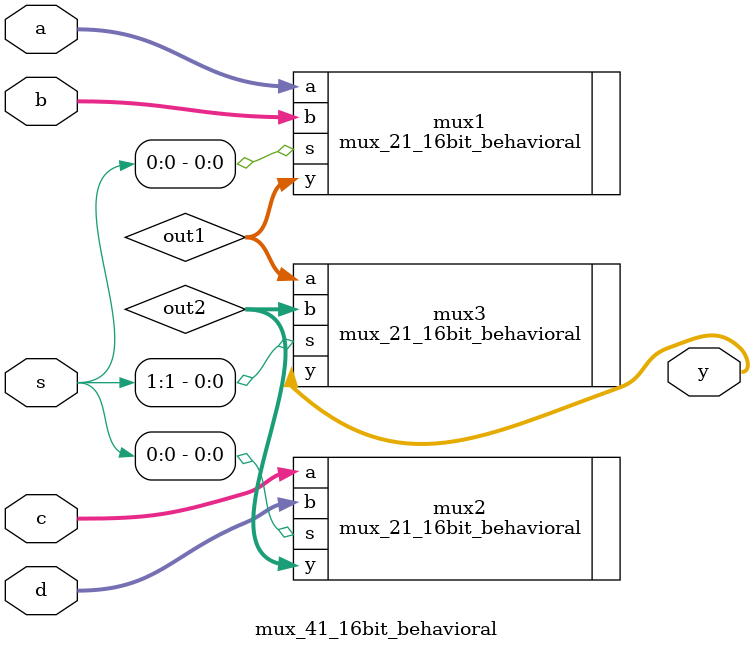
<source format=v>
module mux_41_16bit_behavioral (y, s, a, b, c, d);

output [15:0] y;
input [15:0] a, b, c, d;
input [1:0] s;

wire [15:0] out1, out2;

mux_21_16bit_behavioral mux1 (.y(out1), .s(s[0]), .a(a), .b(b));
mux_21_16bit_behavioral mux2 (.y(out2), .s(s[0]), .a(c), .b(d));
mux_21_16bit_behavioral mux3 (.y(y), .s(s[1]), .a(out1), .b(out2));

endmodule
</source>
